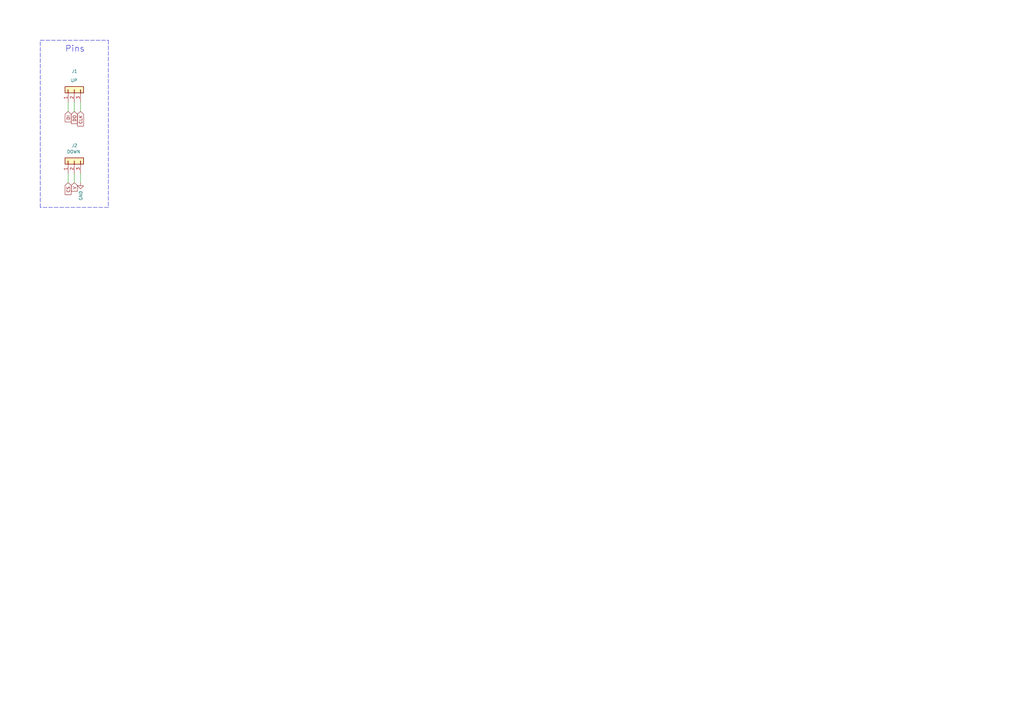
<source format=kicad_sch>
(kicad_sch (version 20211123) (generator eeschema)
  (paper "A3")
  (title_block (title "PRODUCT NAME"))
  (lib_symbols
    (symbol "Connector_Generic:Conn_01x03" (pin_names (offset 1.016) hide)
      (property "Reference" "J" (at 0 5.08 0))
      (property "Value" "Conn_01x03" (at 0 -5.08 0))
      (symbol "Conn_01x03_1_1"
        (rectangle (start -1.27 -2.413) (end 0 -2.667) (stroke (width 0.1524)))
        (rectangle (start -1.27 0.127) (end 0 -0.127) (stroke (width 0.1524)))
        (rectangle (start -1.27 2.667) (end 0 2.413) (stroke (width 0.1524)))
        (rectangle (start -1.27 3.81) (end 1.27 -3.81) (stroke (width 0.254)) (fill (type background)))
        (pin passive line (at -5.08 2.54 0) (length 3.81) (name "Pin_1") (number "1"))
        (pin passive line (at -5.08 0 0) (length 3.81) (name "Pin_2") (number "2"))
        (pin passive line (at -5.08 -2.54 0) (length 3.81) (name "Pin_3") (number "3"))
      )
    )
    (symbol "power:GND" (power) (pin_names (offset 0))
      (property "Value" "GND" (at 0 -3.81 0))
      (symbol "GND_0_1"
        (polyline (pts (xy 0 0) (xy 0 -1.27) (xy 1.27 -1.27) (xy 0 -2.54) (xy -1.27 -1.27) (xy 0 -1.27)))
      )
      (symbol "GND_1_1"
        (pin power_in line (at 0 0 270) (length 0) hide (name "GND") (number "1"))
      )
    )
  )
  (wire (pts (xy 33.02 45.72) (xy 33.02 41.91)))
  (polyline (pts (xy 44.45 85.09) (xy 16.51 85.09)))
  (wire (pts (xy 27.94 45.72) (xy 27.94 41.91)))
  (wire (pts (xy 27.94 74.93) (xy 27.94 71.12)))
  (polyline (pts (xy 44.45 16.51) (xy 44.45 85.09)))
  (wire (pts (xy 33.02 74.93) (xy 33.02 71.12)))
  (wire (pts (xy 30.48 74.93) (xy 30.48 71.12)))
  (polyline (pts (xy 16.51 85.09) (xy 16.51 16.51)))
  (polyline (pts (xy 16.51 16.51) (xy 44.45 16.51)))
  (wire (pts (xy 30.48 45.72) (xy 30.48 41.91)))
  (text "Pins" (at 26.67 21.59 0) (effects (font (size 2.5 2.5)) (justify left bottom)))
  (global_label "CS" (shape input) (at 27.94 74.93 270) (property "Обозначения листов" "${INTERSHEET_REFS}" (effects hide)))
  (global_label "CLK" (shape input) (at 33.02 45.72 270) (property "Обозначения листов" "${INTERSHEET_REFS}" (effects hide)))
  (global_label "V" (shape input) (at 30.48 74.93 270) (property "Обозначения листов" "${INTERSHEET_REFS}" (effects hide)))
  (global_label "DI" (shape input) (at 27.94 45.72 270) (property "Обозначения листов" "${INTERSHEET_REFS}" (effects hide)))
  (global_label "DO" (shape input) (at 30.48 45.72 270) (property "Обозначения листов" "${INTERSHEET_REFS}" (effects hide)))
  (symbol (lib_id "Connector_Generic:Conn_01x03") (at 30.48 36.83 90) (unit 1)
    (property "Reference" "J1" (at 31.75 29.21 90) (effects (justify left)))
    (property "Value" "UP" (at 31.75 33.02 90) (effects (justify left)))
    (property "Footprint" "Connector_PinHeader_2.54mm:PinHeader_1x03_P2.54mm_Vertical" (effects hide))
    (property "Footprint" "Connector_PinHeader_2.54mm:PinHeader_1x03_P2.54mm_Vertical" (effects hide))
    (property "Reference" "J1" (effects hide))
    (property "Value" "UP" (effects hide))
  )
  (symbol (lib_id "Connector_Generic:Conn_01x03") (at 30.48 66.04 90) (unit 1)
    (property "Reference" "J2" (at 31.75 59.69 90) (effects (justify left)))
    (property "Value" "DOWN" (at 33.02 62.23 90) (effects (justify left)))
    (property "Footprint" "Connector_PinHeader_2.54mm:PinHeader_1x03_P2.54mm_Vertical" (effects hide))
    (property "Footprint" "Connector_PinHeader_2.54mm:PinHeader_1x03_P2.54mm_Vertical" (effects hide))
    (property "Reference" "J2" (effects hide))
    (property "Value" "DOWN" (effects hide))
  )
  (symbol (lib_id "power:GND") (at 33.02 74.93 0) (unit 1)
    (property "Reference" "#PWR01" (effects hide))
    (property "Value" "GND" (at 33.147 78.1812 90) (effects (justify right)))
  )
)
</source>
